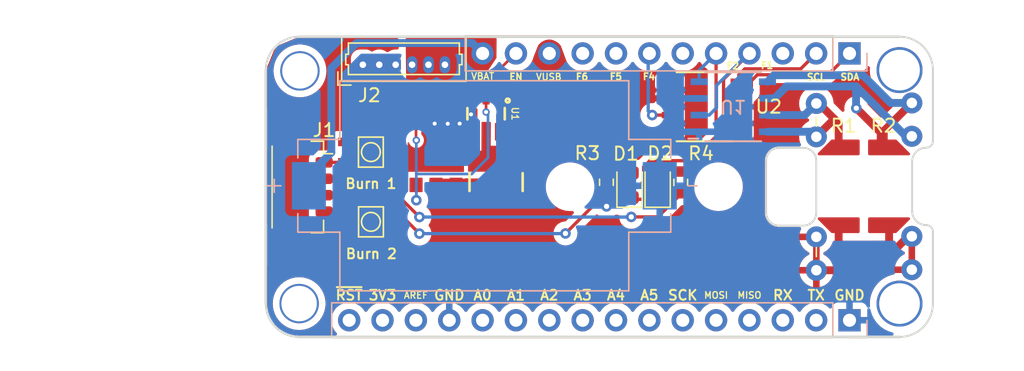
<source format=kicad_pcb>
(kicad_pcb (version 20240108) (generator "pcbnew") (generator_version "8.0")
  (layers (0 "F.Cu" mixed) (31 "B.Cu" signal) (34 "B.Paste" user) (35 "F.Paste" user) (36 "B.SilkS" user "B.Silkscreen") (37 "F.SilkS" user "F.Silkscreen") (38 "B.Mask" user) (39 "F.Mask" user) (44 "Edge.Cuts" user))
  (net 0 "")
  (net 1 "/TX")
  (net 2 "/RX")
  (net 3 "/MISO")
  (net 4 "/MOSI")
  (net 5 "/SCK")
  (net 6 "/A5")
  (net 7 "/A4")
  (net 8 "/A3")
  (net 9 "/A2")
  (net 10 "/A1")
  (net 11 "/A0")
  (net 12 "GND")
  (net 13 "/AREF")
  (net 14 "+3V3")
  (net 15 "/~{RST}")
  (net 16 "/SDA")
  (net 17 "/SCL")
  (net 18 "/F0")
  (net 19 "/F3")
  (net 20 "/F5")
  (net 21 "/F6")
  (net 22 "Vin")
  (net 23 "EN3V")
  (net 24 "IN1")
  (net 25 "IN2")
  (net 26 "Net-(D1-A)")
  (net 27 "Net-(D2-A)")
  (net 30 "Net-(R3-Pad2)")
  (net 31 "Net-(R4-Pad2)")
  (net 33 "unconnected-(U2-*INT{slash}SQW-Pad3)")
  (net 35 "+5V")
  (net 38 "Net-(BT1-+)")
  (footprint "MountingHole:MountingHole_2.7mm_M2.5" (layer "F.Cu") (at 128 88)
    (property "Reference" "REF**" (hide yes))
    (property "Value" "MountingHole_2.7mm_M2.5")
    (pad "" np_thru_hole circle (at 0 0) (size 3 3) (drill 2.7) (layers "F&B.Cu" "*.Mask"))
  )
  (footprint "MountingHole:MountingHole_2.7mm_M2.5" (layer "F.Cu") (at 127.94 105.72)
    (property "Reference" "REF**" (hide yes))
    (property "Value" "MountingHole_2.6mm_M2.5" (hide yes))
    (pad "" np_thru_hole circle (at 0 0) (size 3 3) (drill 2.7) (layers "F&B.Cu" "*.Mask"))
  )
  (footprint "MountingHole:MountingHole_3.2mm_M3" (layer "F.Cu") (at 173.66 105.72)
    (property "Reference" "REF**" (hide yes))
    (property "Value" "MountingHole_3.1mm_M3")
    (pad "" np_thru_hole circle (at 0 0) (size 3.5 3.5) (drill 3.1) (layers "F&B.Cu" "*.Mask"))
  )
  (footprint "MountingHole:MountingHole_3.2mm_M3" (layer "F.Cu") (at 173.66 87.94)
    (property "Reference" "REF**" (hide yes))
    (property "Value" "MountingHole_3.1mm_M3")
    (pad "" np_thru_hole circle (at 0 0) (size 3.5 3.5) (drill 3.1) (layers "F&B.Cu" "*.Mask"))
  )
  (footprint "0603" (layer "F.Cu") (at 136.841 95.833 -90)
    (property "Reference" "R2" (hide yes))
    (property "Value" "100")
    (pad "1" smd roundrect (at -0.85 0 270) (size 1.1 1) (layers "F.Cu" "F.Paste" "F.Mask") (roundrect_rratio 0.0508) (net 12 "GND"))
    (pad "2" smd roundrect (at 0.85 0 270) (size 1.1 1) (layers "F.Cu" "F.Paste" "F.Mask") (roundrect_rratio 0.0508) (net 23 "EN3V"))
  )
  (footprint "Library:DS3231MZ_TRL-L" (layer "F.Cu") (at 158.8 90.73)
    (property "Reference" "U2" (at 4.9 0 0) (layer "F.SilkS"))
    (property "Value" "DS3231MZ/V+" (hide yes))
    (fp_line (start -2.1209 2.6289) (end 2.1209 2.6289) (stroke (width 0.1524)) (layer "F.SilkS"))
    (fp_line (start 2.1209 -2.6289) (end -2.1209 -2.6289) (stroke (width 0.1524)) (layer "F.SilkS"))
    (pad "1" smd rect (at -2.62255 -1.905) (size 1.2573 0.4826) (layers "F.Cu" "F.Paste" "F.Mask"))
    (pad "2" smd rect (at -2.62255 -0.635) (size 1.2573 0.4826) (layers "F.Cu" "F.Paste" "F.Mask") (net 35 "+5V"))
    (pad "3" smd rect (at -2.62255 0.635) (size 1.2573 0.4826) (layers "F.Cu" "F.Paste" "F.Mask") (net 33 "unconnected-(U2-*INT{slash}SQW-Pad3)"))
    (pad "4" smd rect (at -2.62255 1.905) (size 1.2573 0.4826) (layers "F.Cu" "F.Paste" "F.Mask"))
    (pad "5" smd rect (at 2.62255 1.905) (size 1.2573 0.4826) (layers "F.Cu" "F.Paste" "F.Mask"))
    (pad "6" smd rect (at 2.62255 0.635) (size 1.2573 0.4826) (layers "F.Cu" "F.Paste" "F.Mask") (net 38 "Net-(BT1-+)"))
    (pad "7" smd rect (at 2.62255 -0.635) (size 1.2573 0.4826) (layers "F.Cu" "F.Paste" "F.Mask"))
    (pad "8" smd rect (at 2.62255 -1.905) (size 1.2573 0.4826) (layers "F.Cu" "F.Paste" "F.Mask"))
  )
  (footprint "LED_SMD:LED_0805_2012Metric" (layer "F.Cu") (at 153.1 96.702499 90)
    (property "Reference" "D1" (at 2.392499 -0.28 0) (layer "F.SilkS"))
    (property "Value" "LED_RED_IN1" (hide yes))
    (fp_line (start 1 -0.96) (end -1.684999 -0.96) (stroke (width 0.12)) (layer "F.SilkS"))
    (fp_line (start -1.684999 -0.96) (end -1.684999 0.96) (stroke (width 0.12)) (layer "F.SilkS"))
    (fp_line (start -1.684999 0.96) (end 1 0.96) (stroke (width 0.12)) (layer "F.SilkS"))
    (pad "1" smd roundrect (at -0.937501 0 90) (size 0.975 1.4) (layers "F.Cu" "F.Paste" "F.Mask") (net 12 "GND"))
    (pad "2" smd roundrect (at 0.937501 0 90) (size 0.975 1.4) (layers "F.Cu" "F.Paste" "F.Mask") (net 26 "Net-(D1-A)"))
  )
  (footprint "Resistor_SMD:R_0603_1608Metric" (layer "F.Cu") (at 151.34 96.48 90)
    (property "Reference" "R3" (at 2.21 -1.45 0) (layer "F.SilkS"))
    (property "Value" "10" (hide yes))
    (fp_line (start -0.237258 -0.5225) (end 0.237258 -0.5225) (stroke (width 0.12)) (layer "F.SilkS"))
    (fp_line (start -0.237258 0.5225) (end 0.237258 0.5225) (stroke (width 0.12)) (layer "F.SilkS"))
    (pad "1" smd roundrect (at -0.825 0 90) (size 0.8 0.95) (layers "F.Cu" "F.Paste" "F.Mask") (net 25 "IN2"))
    (pad "2" smd roundrect (at 0.825 0 90) (size 0.8 0.95) (layers "F.Cu" "F.Paste" "F.Mask") (net 30 "Net-(R3-Pad2)"))
  )
  (footprint "SOT23-6" (layer "F.Cu") (at 142.175 91.261 180)
    (property "Reference" "U1" (at -1.905 0 -90) (layer "F.SilkS") (effects (font (size 0.512064 0.512064) (thickness 0.097536)) (justify bottom)))
    (property "Value" "BTS3405GXUMA1")
    (fp_line (start 1.4224 -0.4294) (end 1.4224 0.4294) (stroke (width 0.2032)) (layer "F.SilkS"))
    (fp_line (start -1.4224 0.4294) (end -1.4224 -0.4294) (stroke (width 0.2032)) (layer "F.SilkS"))
    (fp_circle (center -1.65 1) (end -1.5064 1) (stroke (width 0.2032)) (fill none) (layer "F.SilkS"))
    (pad "1" smd roundrect (at -0.95 1.3751 180) (size 0.55 1.35) (layers "F.Cu" "F.Paste" "F.Mask") (roundrect_rratio 0.09236363636) (net 35 "+5V"))
    (pad "2" smd roundrect (at 0 1.3751 180) (size 0.55 1.35) (layers "F.Cu" "F.Paste" "F.Mask") (roundrect_rratio 0.09236363636) (net 23 "EN3V"))
    (pad "3" smd roundrect (at 0.95 1.3751 180) (size 0.55 1.35) (layers "F.Cu" "F.Paste" "F.Mask") (roundrect_rratio 0.09236363636) (net 22 "Vin"))
    (pad "4" smd roundrect (at 0.95 -1.3751 180) (size 0.55 1.35) (layers "F.Cu" "F.Paste" "F.Mask") (roundrect_rratio 0.09236363636) (net 12 "GND"))
    (pad "5" smd roundrect (at 0 -1.3751 180) (size 0.55 1.35) (layers "F.Cu" "F.Paste" "F.Mask") (roundrect_rratio 0.09236363636) (net 22 "Vin"))
    (pad "6" smd roundrect (at -0.95 -1.3751 180) (size 0.55 1.35) (layers "F.Cu" "F.Paste" "F.Mask") (roundrect_rratio 0.09236363636) (net 31 "Net-(R4-Pad2)"))
  )
  (footprint "Resistor_THT:R_Axial_DIN0207_L6.3mm_D2.5mm_P7.62mm_Horizontal" (layer "F.Cu") (at 167.325 93.02 -90)
    (property "Reference" "R1" (hide yes))
    (property "Value" "100" (hide yes))
    (pad "1" thru_hole circle (at 0 0 270) (size 1.6 1.6) (drill 0.8) (layers "*.Cu" "*.Mask") (net 26 "Net-(D1-A)"))
    (pad "2" thru_hole oval (at 7.62 0 270) (size 1.6 1.6) (drill 0.8) (layers "*.Cu" "*.Mask") (net 35 "+5V"))
  )
  (footprint "Resistor_THT:R_Axial_DIN0207_L6.3mm_D2.5mm_P7.62mm_Horizontal" (layer "F.Cu") (at 174.595 92.98 -90)
    (property "Reference" "R2" (at -0.8 2.155 0) (layer "F.SilkS"))
    (property "Value" "100" (hide yes))
    (pad "1" thru_hole circle (at 0 0 270) (size 1.6 1.6) (drill 0.8) (layers "*.Cu" "*.Mask") (net 27 "Net-(D2-A)"))
    (pad "2" thru_hole oval (at 7.62 0 270) (size 1.6 1.6) (drill 0.8) (layers "*.Cu" "*.Mask") (net 35 "+5V"))
  )
  (footprint "MountingHole:MountingHole_3.2mm_M3" (layer "F.Cu") (at 105.41 96.82)
    (property "Reference" "REF**" (hide yes))
    (property "Value" "MountingHole_3.2mm_M3" (hide yes))
    (pad "" np_thru_hole circle (at 54.47 0) (size 3.2 3.2) (drill 3.2) (layers "F&B.Cu" "*.Mask"))
  )
  (footprint "0603" (layer "F.Cu") (at 139.889 95.833 90)
    (property "Reference" "C4" (hide yes))
    (property "Value" "22uF")
    (pad "1" smd roundrect (at -0.85 0 90) (size 1.1 1) (layers "F.Cu" "F.Paste" "F.Mask") (roundrect_rratio 0.0508) (net 35 "+5V"))
    (pad "2" smd roundrect (at 0.85 0 90) (size 1.1 1) (layers "F.Cu" "F.Paste" "F.Mask") (roundrect_rratio 0.0508) (net 12 "GND"))
  )
  (footprint "Connector_Molex:Molex_PicoBlade_53047-0610_1x06_P1.25mm_Vertical" (layer "F.Cu") (at 132.79 87.53)
    (property "Reference" "J2" (at 0.5 2.33 0) (layer "F.SilkS"))
    (property "Value" "Molex_PicoBlade_53047-0610_1x06_P1.25mm_Vertical" (hide yes))
    (fp_line (start -1.9 1.55) (end -1.9 0.55) (stroke (width 0.12)) (layer "F.SilkS"))
    (fp_line (start -1.9 1.55) (end -0.9 1.55) (stroke (width 0.12)) (layer "F.SilkS"))
    (fp_line (start -1.61 -2.16) (end -1.61 1.26) (stroke (width 0.12)) (layer "F.SilkS"))
    (fp_line (start -1.61 1.26) (end 7.86 1.26) (stroke (width 0.12)) (layer "F.SilkS"))
    (fp_line (start -1.3 -0.8) (end -1.1 -0.8) (stroke (width 0.12)) (layer "F.SilkS"))
    (fp_line (start -1.3 0) (end -1.3 -0.8) (stroke (width 0.12)) (layer "F.SilkS"))
    (fp_line (start -1.1 -1.65) (end 3.125 -1.65) (stroke (width 0.12)) (layer "F.SilkS"))
    (fp_line (start -1.1 -0.8) (end -1.1 -1.65) (stroke (width 0.12)) (layer "F.SilkS"))
    (fp_line (start -1.1 0) (end -1.3 0) (stroke (width 0.12)) (layer "F.SilkS"))
    (fp_line (start -1.1 0.75) (end -1.1 0) (stroke (width 0.12)) (layer "F.SilkS"))
    (fp_line (start 3.125 0.75) (end -1.1 0.75) (stroke (width 0.12)) (layer "F.SilkS"))
    (fp_line (start 3.125 0.75) (end 7.35 0.75) (stroke (width 0.12)) (layer "F.SilkS"))
    (fp_line (start 7.35 -1.65) (end 3.125 -1.65) (stroke (width 0.12)) (layer "F.SilkS"))
    (fp_line (start 7.35 -0.8) (end 7.35 -1.65) (stroke (width 0.12)) (layer "F.SilkS"))
    (fp_line (start 7.35 0) (end 7.55 0) (stroke (width 0.12)) (layer "F.SilkS"))
    (fp_line (start 7.35 0.75) (end 7.35 0) (stroke (width 0.12)) (layer "F.SilkS"))
    (fp_line (start 7.55 -0.8) (end 7.35 -0.8) (stroke (width 0.12)) (layer "F.SilkS"))
    (fp_line (start 7.55 0) (end 7.55 -0.8) (stroke (width 0.12)) (layer "F.SilkS"))
    (fp_line (start 7.86 -2.16) (end -1.61 -2.16) (stroke (width 0.12)) (layer "F.SilkS"))
    (fp_line (start 7.86 1.26) (end 7.86 -2.16) (stroke (width 0.12)) (layer "F.SilkS"))
    (pad "1" thru_hole roundrect (at 0 0) (size 0.8 1.3) (drill 0.5) (layers "*.Cu" "*.Mask") (net 12 "GND"))
    (pad "2" thru_hole oval (at 1.25 0) (size 0.8 1.3) (drill 0.5) (layers "*.Cu" "*.Mask") (net 12 "GND"))
    (pad "3" thru_hole oval (at 2.5 0) (size 0.8 1.3) (drill 0.5) (layers "*.Cu" "*.Mask") (net 12 "GND"))
    (pad "4" thru_hole oval (at 3.75 0) (size 0.8 1.3) (drill 0.5) (layers "*.Cu" "*.Mask") (net 22 "Vin"))
    (pad "5" thru_hole oval (at 5 0) (size 0.8 1.3) (drill 0.5) (layers "*.Cu" "*.Mask") (net 22 "Vin"))
    (pad "6" thru_hole oval (at 6.25 0) (size 0.8 1.3) (drill 0.5) (layers "*.Cu" "*.Mask") (net 22 "Vin"))
  )
  (footprint "1210" (layer "F.Cu") (at 139.254 91.515 -90)
    (property "Reference" "C1" (hide yes))
    (property "Value" "10uF")
    (pad "" smd roundrect (at -1.755 0 270) (size 1.27 2.06) (layers "F.Cu" "F.Paste" "F.Mask") (roundrect_rratio 0.04) (net 22 "Vin"))
    (pad "2" smd roundrect (at 1.755 0 270) (size 1.27 2.06) (layers "F.Cu" "F.Paste" "F.Mask") (roundrect_rratio 0.04) (net 12 "GND"))
  )
  (footprint "0603" (layer "F.Cu") (at 138.365 95.833 90)
    (property "Reference" "C3" (hide yes))
    (property "Value" "0.1uF")
    (pad "1" smd roundrect (at -0.85 0 90) (size 1.1 1) (layers "F.Cu" "F.Paste" "F.Mask") (roundrect_rratio 0.0508) (net 35 "+5V"))
    (pad "2" smd roundrect (at 0.85 0 90) (size 1.1 1) (layers "F.Cu" "F.Paste" "F.Mask") (roundrect_rratio 0.0508) (net 12 "GND"))
  )
  (footprint "0603" (layer "F.Cu") (at 144.588 92.404 -90)
    (property "Reference" "C2" (hide yes))
    (property "Value" "0.1uF")
    (pad "1" smd roundrect (at -0.85 0 270) (size 1.1 1) (layers "F.Cu" "F.Paste" "F.Mask") (roundrect_rratio 0.0508))
    (pad "2" smd roundrect (at 0.85 0 270) (size 1.1 1) (layers "F.Cu" "F.Paste" "F.Mask") (roundrect_rratio 0.0508) (net 22 "Vin"))
  )
  (footprint "boron-v1.00:TACTILE_SWITCH_SMD" (layer "F.Cu") (at 133.405 99.495 180)
    (property "Reference" "Burn 2" (at 1.995 -2.875 0) (layer "F.SilkS") (effects (font (size 0.75 0.75) (thickness 0.15) (bold yes)) (justify left bottom)))
    (property "Value" "")
    (fp_line (start 0.9398 1.143) (end 0.9398 -1.143) (stroke (width 0.127)) (layer "F.SilkS"))
    (fp_line (start 0.9398 -1.143) (end -0.9398 -1.143) (stroke (width 0.127)) (layer "F.SilkS"))
    (fp_line (start -0.9398 1.143) (end 0.9398 1.143) (stroke (width 0.127)) (layer "F.SilkS"))
    (fp_line (start -0.9492 1.1336) (end -0.9398 1.143) (stroke (width 0.127)) (layer "F.SilkS"))
    (fp_line (start -0.9492 -1.1444) (end -0.9492 1.1336) (stroke (width 0.127)) (layer "F.SilkS"))
    (fp_circle (center 0 0) (end 0.715268 0) (stroke (width 0.127)) (fill none) (layer "F.SilkS"))
    (pad "1" smd rect (at -1.875 -0.775 270) (size 0.65 1.25) (layers "F.Cu" "F.Paste" "F.Mask") (net 22 "Vin"))
    (pad "2" smd rect (at 1.875 -0.775 270) (size 0.65 1.25) (layers "F.Cu" "F.Paste" "F.Mask") (net 22 "Vin"))
    (pad "3" smd rect (at -1.875 0.775 270) (size 0.65 1.25) (layers "F.Cu" "F.Paste" "F.Mask") (net 25 "IN2"))
    (pad "4" smd rect (at 1.875 0.775 270) (size 0.65 1.25) (layers "F.Cu" "F.Paste" "F.Mask") (net 25 "IN2"))
  )
  (footprint "MountingHole:MountingHole_3.2mm_M3" (layer "F.Cu") (at 132.57 96.82 -90)
    (property "Reference" "REF**" (hide yes))
    (property "Value" "MountingHole_3.2mm_M3" (hide yes))
    (pad "" np_thru_hole circle (at 0 -16 270) (size 3.2 3.2) (drill 3.2) (layers "F&B.Cu" "*.Mask"))
  )
  (footprint "Resistor_SMD:R_0603_1608Metric" (layer "F.Cu") (at 157 96.49 90)
    (property "Reference" "R4" (at 2.2 1.54 0) (layer "F.SilkS"))
    (property "Value" "10" (hide yes))
    (fp_line (start -0.237258 -0.5225) (end 0.237258 -0.5225) (stroke (width 0.12)) (layer "F.SilkS"))
    (fp_line (start -0.237258 0.5225) (end 0.237258 0.5225) (stroke (width 0.12)) (layer "F.SilkS"))
    (pad "1" smd roundrect (at -0.825 0 90) (size 0.8 0.95) (layers "F.Cu" "F.Paste" "F.Mask") (net 24 "IN1"))
    (pad "2" smd roundrect (at 0.825 0 90) (size 0.8 0.95) (layers "F.Cu" "F.Paste" "F.Mask") (net 31 "Net-(R4-Pad2)"))
  )
  (footprint "Resistor_THT:R_Axial_DIN0309_L9.0mm_D3.2mm_P12.70mm_Horizontal" (layer "F.Cu") (at 174.595 90.44 -90)
    (property "Reference" "REF**" (hide yes))
    (property "Value" "R_Axial_DIN0309_L9.0mm_D3.2mm_P12.70mm_Horizontal" (hide yes))
    (pad "1" thru_hole circle (at 0 0 270) (size 1.6 1.6) (drill 0.8) (layers "*.Cu" "*.Mask") (net 27 "Net-(D2-A)"))
    (pad "2" thru_hole oval (at 12.7 0 270) (size 1.6 1.6) (drill 0.8) (layers "*.Cu" "*.Mask") (net 35 "+5V"))
  )
  (footprint "boron-v1.00:TACTILE_SWITCH_SMD" (layer "F.Cu") (at 133.405 94.185)
    (property "Reference" "Burn 1" (at -2.025 2.845 0) (layer "F.SilkS") (effects (font (size 0.75 0.75) (thickness 0.15) (bold yes)) (justify left bottom)))
    (property "Value" "")
    (fp_line (start -0.9492 -1.1444) (end -0.9492 1.1336) (stroke (width 0.127)) (layer "F.SilkS"))
    (fp_line (start -0.9492 1.1336) (end -0.9398 1.143) (stroke (width 0.127)) (layer "F.SilkS"))
    (fp_line (start -0.9398 1.143) (end 0.9398 1.143) (stroke (width 0.127)) (layer "F.SilkS"))
    (fp_line (start 0.9398 -1.143) (end -0.9398 -1.143) (stroke (width 0.127)) (layer "F.SilkS"))
    (fp_line (start 0.9398 1.143) (end 0.9398 -1.143) (stroke (width 0.127)) (layer "F.SilkS"))
    (fp_circle (center 0 0) (end 0.715268 0) (stroke (width 0.127)) (fill none) (layer "F.SilkS"))
    (pad "1" smd rect (at -1.875 -0.775 90) (size 0.65 1.25) (layers "F.Cu" "F.Paste" "F.Mask") (net 22 "Vin"))
    (pad "2" smd rect (at 1.875 -0.775 90) (size 0.65 1.25) (layers "F.Cu" "F.Paste" "F.Mask") (net 22 "Vin"))
    (pad "3" smd rect (at -1.875 0.775 90) (size 0.65 1.25) (layers "F.Cu" "F.Paste" "F.Mask") (net 24 "IN1"))
    (pad "4" smd rect (at 1.875 0.775 90) (size 0.65 1.25) (layers "F.Cu" "F.Paste" "F.Mask") (net 24 "IN1"))
  )
  (footprint "LED_SMD:LED_0805_2012Metric" (layer "F.Cu") (at 155.24 96.7 90)
    (property "Reference" "D2" (at 2.41 0.19 0) (layer "F.SilkS"))
    (property "Value" "LED_RED_IN2" (hide yes))
    (fp_line (start 1 -0.96) (end -1.685 -0.96) (stroke (width 0.12)) (layer "F.SilkS"))
    (fp_line (start -1.685 -0.96) (end -1.685 0.96) (stroke (width 0.12)) (layer "F.SilkS"))
    (fp_line (start -1.685 0.96) (end 1 0.96) (stroke (width 0.12)) (layer "F.SilkS"))
    (pad "1" smd roundrect (at -0.9375 0 90) (size 0.975 1.4) (layers "F.Cu" "F.Paste" "F.Mask") (net 12 "GND"))
    (pad "2" smd roundrect (at 0.9375 0 90) (size 0.975 1.4) (layers "F.Cu" "F.Paste" "F.Mask") (net 27 "Net-(D2-A)"))
  )
  (footprint "Connector_Molex:Molex_PicoBlade_53398-0471_1x04-1MP_P1.25mm_Vertical" (layer "F.Cu") (at 128.59 96.84 -90)
    (property "Reference" "J1" (at -4.33 -1.25 0) (layer "F.SilkS"))
    (property "Value" "Molex_PicoBlade_53398-0471_1x04-1MP_P1.25mm_Vertical" (hide yes))
    (fp_line (start -3.115 2.71) (end 3.115 2.71) (stroke (width 0.12)) (layer "F.SilkS"))
    (fp_line (start -3.485 -0.26) (end -3.485 -1.21) (stroke (width 0.12)) (layer "F.SilkS"))
    (fp_line (start 3.485 -0.26) (end 3.485 -1.21) (stroke (width 0.12)) (layer "F.SilkS"))
    (fp_line (start -3.485 -1.21) (end -2.535 -1.21) (stroke (width 0.12)) (layer "F.SilkS"))
    (fp_line (start -2.535 -1.21) (end -2.535 -1.9) (stroke (width 0.12)) (layer "F.SilkS"))
    (fp_line (start 3.485 -1.21) (end 2.535 -1.21) (stroke (width 0.12)) (layer "F.SilkS"))
    (pad "1" smd roundrect (at -1.875 -1.25 270) (size 0.8 1.3) (layers "F.Cu" "F.Paste" "F.Mask") (net 24 "IN1"))
    (pad "2" smd roundrect (at -0.625 -1.25 270) (size 0.8 1.3) (layers "F.Cu" "F.Paste" "F.Mask") (net 25 "IN2"))
    (pad "3" smd roundrect (at 0.625 -1.25 270) (size 0.8 1.3) (layers "F.Cu" "F.Paste" "F.Mask"))
    (pad "4" smd roundrect (at 1.875 -1.25 270) (size 0.8 1.3) (layers "F.Cu" "F.Paste" "F.Mask"))
    (pad "MP" smd roundrect (at -4.425 1.5 270) (size 2.1 3) (layers "F.Cu" "F.Paste" "F.Mask") (roundrect_rratio 0.119048))
    (pad "MP" smd roundrect (at 4.425 1.5 270) (size 2.1 3) (layers "F.Cu" "F.Paste" "F.Mask") (roundrect_rratio 0.119048))
  )
  (footprint "Resistor_SMD:R_2512_6332Metric" (layer "F.Cu") (at 169.025 96.79 90)
    (property "Reference" "R1" (hide yes))
    (property "Value" "100" (hide yes))
    (pad "1" smd custom (at 2.9625 0 90) (size 1 1) (layers "F.Cu" "F.Paste" "F.Mask") (net 26 "Net-(D1-A)") (options (clearance outline) (anchor circle)) (primitives (gr_poly (pts (xy -0.5 -1.5) (xy 0.5 -0.5) (xy 0.5 0.5) (xy -0.5 1.5)) (width 0) (fill yes)) (gr_poly (pts (xy -0.5 1.5) (xy 0.5 1.5) (xy 0.5 -0.5) (xy -0.5 -1.5)) (width 0.2) (fill yes)) (gr_rect (start -0.5 0.5) (end 0.5 1.5) (width 0.2) (fill no))))
    (pad "2" smd custom (at -2.9625 0 270) (size 1 1) (layers "F.Cu" "F.Paste" "F.Mask") (net 35 "+5V") (options (clearance outline) (anchor circle)) (primitives (gr_poly (pts (xy -0.5 -1.5) (xy 0.5 -0.5) (xy 0.5 0.5) (xy -0.5 1.5)) (width 0) (fill yes)) (gr_poly (pts (xy -0.5 -1.5) (xy -0.5 1.5) (xy 0.5 0.5) (xy 0.5 -1.5)) (width 0.2) (fill yes)) (gr_rect (start -0.5 -1.5) (end 0.5 -0.5) (width 0.2) (fill no))))
  )
  (footprint "0603" (layer "F.Cu") (at 136.841 90.88 90)
    (property "Reference" "R1" (hide yes))
    (property "Value" "100")
    (pad "1" smd roundrect (at -0.85 0 90) (size 1.1 1) (layers "F.Cu" "F.Paste" "F.Mask") (roundrect_rratio 0.0508) (net 23 "EN3V"))
    (pad "2" smd roundrect (at 0.85 0 90) (size 1.1 1) (layers "F.Cu" "F.Paste" "F.Mask") (roundrect_rratio 0.0508) (net 22 "Vin"))
  )
  (footprint "Resistor_THT:R_Axial_DIN0309_L9.0mm_D3.2mm_P12.70mm_Horizontal" (layer "F.Cu") (at 167.325 90.48 -90)
    (property "Reference" "R1" (at 1.7 -2.075 0) (layer "F.SilkS"))
    (property "Value" "100" (hide yes))
    (fp_line (start 1.04 0) (end 1.73 0) (stroke (width 0.12)) (layer "F.SilkS"))
    (fp_line (start 11.66 0) (end 10.97 0) (stroke (width 0.12)) (layer "F.SilkS"))
    (pad "1" thru_hole circle (at 0 0 270) (size 1.6 1.6) (drill 0.8) (layers "*.Cu" "*.Mask" "Dwgs.User") (net 26 "Net-(D1-A)"))
    (pad "2" thru_hole oval (at 12.7 0 270) (size 1.6 1.6) (drill 0.8) (layers "*.Cu" "*.Mask") (net 35 "+5V"))
  )
  (footprint "Resistor_SMD:R_2512_6332Metric" (layer "F.Cu") (at 172.865 96.79 90)
    (property "Reference" "R2" (hide yes))
    (property "Value" "100" (hide yes))
    (pad "1" smd custom (at 2.9625 0 90) (size 1 1) (layers "F.Cu" "F.Paste" "F.Mask") (net 27 "Net-(D2-A)") (options (clearance outline) (anchor circle)) (primitives (gr_rect (start -0.5 -1.5) (end 0.5 -0.5) (width 0.2) (fill no)) (gr_poly (pts (xy -0.5 1.5) (xy 0.5 0.5) (xy 0.5 -1.5) (xy -0.5 -1.5)) (width 0.2) (fill yes)) (gr_poly (pts (xy -0.5 -1.5) (xy 0.5 -0.5) (xy 0.5 0.5) (xy -0.5 1.5)) (width 0) (fill yes))))
    (pad "2" smd custom (at -2.9625 0 270) (size 1 1) (layers "F.Cu" "F.Paste" "F.Mask") (net 35 "+5V") (options (clearance outline) (anchor circle)) (primitives (gr_poly (pts (xy -0.5 -1.5) (xy 0.5 -0.5) (xy 0.5 0.5) (xy -0.5 1.5)) (width 0) (fill yes)) (gr_poly (pts (xy 0.5 -0.5) (xy -0.5 -1.5) (xy -0.5 1.5) (xy 0.5 1.5)) (width 0.2) (fill yes)) (gr_poly (pts (xy -0.5 -1.5) (xy -0.5 1.5) (xy 0.5 1.5) (xy 0.5 -0.5)) (width 0.2) (fill yes)) (gr_rect (start -0.5 0.5) (end 0.5 1.5) (width 0.2) (fill no))))
  )
  (footprint "INDUCTOR_4X4MM" (layer "F.Cu") (at 142.937 96.468)
    (property "Reference" "L1" (hide yes))
    (property "Value" "4.7uH")
    (fp_line (start -2.024062 -0.674687) (end -2.024062 0.674687) (stroke (width 0.2032)) (layer "F.SilkS"))
    (fp_line (start 2.024062 -0.674687) (end 2.024062 0.674687) (stroke (width 0.2032)) (layer "F.SilkS"))
    (pad "P$1" smd roundrect (at 0 -1.4732) (size 4.0894 1.143) (layers "F.Cu" "F.Paste" "F.Mask") (roundrect_rratio 0.04444444444) (net 22 "Vin"))
    (pad "P$2" smd roundrect (at 0 1.4732) (size 4.0894 1.143) (layers "F.Cu" "F.Paste" "F.Mask") (roundrect_rratio 0.04444444444) (net 35 "+5V"))
  )
  (footprint "Connector_PinHeader_2.54mm:PinHeader_1x16_P2.54mm_Vertical" (layer "B.Cu") (at 169.85 106.99 90)
    (property "Reference" "J3" (hide yes))
    (property "Value" "feather long" (hide yes))
    (fp_line (start -1.33 -39.43) (end 1.33 -39.43) (stroke (width 0.12)) (layer "B.SilkS"))
    (fp_line (start 1.33 -1.27) (end 1.33 -39.43) (stroke (width 0.12)) (layer "B.SilkS"))
    (fp_line (start -1.33 -1.27) (end -1.33 -39.43) (stroke (width 0.12)) (layer "B.SilkS"))
    (fp_line (start -1.33 -1.27) (end 1.33 -1.27) (stroke (width 0.12)) (layer "B.SilkS"))
    (fp_line (start -1.33 0) (end -1.33 1.33) (stroke (width 0.12)) (layer "B.SilkS"))
    (fp_line (start -1.33 1.33) (end 0 1.33) (stroke (width 0.12)) (layer "B.SilkS"))
    (pad "1" thru_hole rect (at 0 0 90) (size 1.7 1.7) (drill 1) (layers "*.Cu" "*.Mask") (net 12 "GND"))
    (pad "2" thru_hole oval (at 0 -2.54 90) (size 1.7 1.7) (drill 1) (layers "*.Cu" "*.Mask") (net 1 "/TX"))
    (pad "3" thru_hole oval (at 0 -5.08 90) (size 1.7 1.7) (drill 1) (layers "*.Cu" "*.Mask") (net 2 "/RX"))
    (pad "4" thru_hole oval (at 0 -7.62 90) (size 1.7 1.7) (drill 1) (layers "*.Cu" "*.Mask") (net 3 "/MISO"))
    (pad "5" thru_hole oval (at 0 -10.16 90) (size 1.7 1.7) (drill 1) (layers "*.Cu" "*.Mask") (net 4 "/MOSI"))
    (pad "6" thru_hole oval (at 0 -12.7 90) (size 1.7 1.7) (drill 1) (layers "*.Cu" "*.Mask") (net 5 "/SCK"))
    (pad "7" thru_hole oval (at 0 -15.24 90) (size 1.7 1.7) (drill 1) (layers "*.Cu" "*.Mask") (net 6 "/A5"))
    (pad "8" thru_hole oval (at 0 -17.78 90) (size 1.7 1.7) (drill 1) (layers "*.Cu" "*.Mask") (net 7 "/A4"))
    (pad "9" thru_hole oval (at 0 -20.32 90) (size 1.7 1.7) (drill 1) (layers "*.Cu" "*.Mask") (net 8 "/A3"))
    (pad "10" thru_hole oval (at 0 -22.86 90) (size 1.7 1.7) (drill 1) (layers "*.Cu" "*.Mask") (net 9 "/A2"))
    (pad "11" thru_hole oval (at 0 -25.4 90) (size 1.7 1.7) (drill 1) (layers "*.Cu" "*.Mask") (net 10 "/A1"))
    (pad "12" thru_hole oval (at 0 -27.94 90) (size 1.7 1.7) (drill 1) (layers "*.Cu" "*.Mask") (net 11 "/A0"))
    (pad "13" thru_hole oval (at 0 -30.48 90) (size 1.7 1.7) (drill 1) (layers "*.Cu" "*.Mask") (net 12 "GND"))
    (pad "14" thru_hole oval (at 0 -33.02 90) (size 1.7 1.7) (drill 1) (layers "*.Cu" "*.Mask") (net 13 "/AREF"))
    (pad "15" thru_hole oval (at 0 -35.56 90) (size 1.7 1.7) (drill 1) (layers "*.Cu" "*.Mask") (net 14 "+3V3"))
    (pad "16" thru_hole oval (at 0 -38.1 90) (size 1.7 1.7) (drill 1) (layers "*.Cu" "*.Mask") (net 15 "/~{RST}"))
  )
  (footprint "Connector_PinHeader_2.54mm:PinHeader_1x12_P2.54mm_Vertical" (layer "B.Cu") (at 169.85 86.67 90)
    (property "Reference" "J4" (hide yes))
    (property "Value" "feather short" (hide yes))
    (fp_line (start -1.33 -29.27) (end 1.33 -29.27) (stroke (width 0.12)) (layer "B.SilkS"))
    (fp_line (start 1.33 -1.27) (end 1.33 -29.27) (stroke (width 0.12)) (layer "B.SilkS"))
    (fp_line (start -1.33 -1.27) (end -1.33 -29.27) (stroke (width 0.12)) (layer "B.SilkS"))
    (fp_line (start -1.33 -1.27) (end 1.33 -1.27) (stroke (width 0.12)) (layer "B.SilkS"))
    (fp_line (start -1.33 0) (end -1.33 1.33) (stroke (width 0.12)) (layer "B.SilkS"))
    (fp_line (start -1.33 1.33) (end 0 1.33) (stroke (width 0.12)) (layer "B.SilkS"))
    (pad "1" thru_hole rect (at 0 0 90) (size 1.7 1.7) (drill 1) (layers "*.Cu" "*.Mask") (net 16 "/SDA"))
    (pad "2" thru_hole oval (at 0 -2.54 90) (size 1.7 1.7) (drill 1) (layers "*.Cu" "*.Mask") (net 17 "/SCL"))
    (pad "3" thru_hole oval (at 0 -5.08 90) (size 1.7 1.7) (drill 1) (layers "*.Cu" "*.Mask") (net 18 "/F0"))
    (pad "4" thru_hole oval (at 0 -7.62 90) (size 1.7 1.7) (drill 1) (layers "*.Cu" "*.Mask") (net 24 "IN1"))
    (pad "5" thru_hole oval (at 0 -10.16 90) (size 1.7 1.7) (drill 1) (layers "*.Cu" "*.Mask") (net 25 "IN2"))
    (pad "6" thru_hole oval (at 0 -12.7 90) (size 1.7 1.7) (drill 1) (layers "*.Cu" "*.Mask") (net 19 "/F3"))
    (pad "7" thru_hole oval (at 0 -15.24 90) (size 1.7 1.7) (drill 1) (layers "*.Cu" "*.Mask") (net 33 "unconnected-(U2-*INT{slash}SQW-Pad3)"))
    (pad "8" thru_hole oval (at 0 -17.78 90) (size 1.7 1.7) (drill 1) (layers "*.Cu" "*.Mask") (net 20 "/F5"))
    (pad "9" thru_hole oval (at 0 -20.32 90) (size 1.7 1.7) (drill 1) (layers "*.Cu" "*.Mask") (net 21 "/F6"))
    (pad "10" thru_hole oval (at 0 -22.86 90) (size 1.7 1.7) (drill 1) (layers "*.Cu" "*.Mask") (net 35 "+5V"))
    (pad "11" thru_hole oval (at 0 -25.4 90) (size 1.7 1.7) (drill 1) (layers "*.Cu" "*.Mask") (net 23 "EN3V"))
    (pad "12" thru_hole oval (at 0 -27.94 90) (size 1.7 1.7) (drill 1) (layers "*.Cu" "*.Mask") (net 22 "Vin"))
  )
  (footprint "footprints2:PG-DSO-8-25_INF-L" (layer "B.Cu") (at 161 90.73)
    (property "Reference" "U1" (at 0 0 180) (layer "B.SilkS") (effects (justify mirror)))
    (property "Value" "BTS3405GXUMA1" (hide yes))
    (fp_line (start -2.1209 2.6289) (end 2.1209 2.6289) (stroke (width 0.1524)) (layer "B.SilkS"))
    (fp_line (start 2.1209 -2.6289) (end -2.1209 -2.6289) (stroke (width 0.1524)) (layer "B.SilkS"))
    (fp_text user "-" (at -3.045 2.355 0) (layer "B.SilkS") (effects (justify mirror)))
    (pad "1" smd rect (at -2.6035 1.905) (size 1.2954 0.508) (layers "B.Cu" "B.Paste" "B.Mask") (net 12 "GND"))
    (pad "2" smd rect (at -2.6035 0.635) (size 1.2954 0.508) (layers "B.Cu" "B.Paste" "B.Mask") (net 24 "IN1"))
    (pad "3" smd rect (at -2.6035 -0.635) (size 1.2954 0.508) (layers "B.Cu" "B.Paste" "B.Mask") (net 12 "GND"))
    (pad "4" smd rect (at -2.6035 -1.905) (size 1.2954 0.508) (layers "B.Cu" "B.Paste" "B.Mask") (net 25 "IN2"))
    (pad "5" smd rect (at 2.6035 -1.905) (size 1.2954 0.508) (layers "B.Cu" "B.Paste" "B.Mask") (net 27 "Net-(D2-A)"))
    (pad "6" smd rect (at 2.6035 -0.635) (size 1.2954 0.508) (layers "B.Cu" "B.Paste" "B.Mask") (net 27 "Net-(D2-A)"))
    (pad "7" smd rect (at 2.6035 0.635) (size 1.2954 0.508) (layers "B.Cu" "B.Paste" "B.Mask") (net 30 "Net-(R3-Pad2)"))
    (pad "8" smd rect (at 2.6035 1.905) (size 1.2954 0.508) (layers "B.Cu" "B.Paste" "B.Mask") (net 26 "Net-(D1-A)"))
  )
  (footprint "Library:BAT_1060" (layer "B.Cu") (at 142.04 96.75)
    (property "Reference" "REF**" (hide yes))
    (property "Value" "BAT_1060" (hide yes))
    (fp_line (start -16.5 0) (end -15.5 0) (stroke (width 0.127)) (layer "B.SilkS"))
    (fp_line (start -16 -0.5) (end -16 0.5) (stroke (width 0.127)) (layer "B.SilkS"))
    (fp_line (start -14.2 -2.125) (end -14.2 -3.5305) (stroke (width 0.127)) (layer "B.SilkS"))
    (fp_line (start -14.2 2.125) (end -14.2 3.5305) (stroke (width 0.127)) (layer "B.SilkS"))
    (fp_line (start -14.2 3.5305) (end -11 3.5305) (stroke (width 0.127)) (layer "B.SilkS"))
    (fp_line (start -11 -8) (end -11 -3.5305) (stroke (width 0.127)) (layer "B.SilkS"))
    (fp_line (start -11 -3.5305) (end -14.2 -3.5305) (stroke (width 0.127)) (layer "B.SilkS"))
    (fp_line (start -11 3.5305) (end -11 8) (stroke (width 0.127)) (layer "B.SilkS"))
    (fp_line (start -11 8) (end 11 8) (stroke (width 0.127)) (layer "B.SilkS"))
    (fp_line (start 11 -8) (end -11 -8) (stroke (width 0.127)) (layer "B.SilkS"))
    (fp_line (start 11 -3.5305) (end 11 -8) (stroke (width 0.127)) (layer "B.SilkS"))
    (fp_line (start 11 3.5305) (end 14.2 3.5305) (stroke (width 0.127)) (layer "B.SilkS"))
    (fp_line (start 11 8) (end 11 3.5305) (stroke (width 0.127)) (layer "B.SilkS"))
    (fp_line (start 14.2 -3.5305) (end 11 -3.5305) (stroke (width 0.127)) (layer "B.SilkS"))
    (fp_line (start 14.2 -2.125) (end 14.2 -3.5305) (stroke (width 0.127)) (layer "B.SilkS"))
    (fp_line (start 14.2 3.5305) (end 14.2 2.125) (stroke (width 0.127)) (layer "B.SilkS"))
    (fp_line (start 16.5 0) (end 15.5 0) (stroke (width 0.127)) (layer "B.SilkS"))
    (pad "N" smd rect (at 13.36 0) (size 2.59 3.61) (layers "B.Cu" "B.Paste" "B.Mask") (net 12 "GND"))
    (pad "P" smd rect (at -13.36 0) (size 2.59 3.61) (layers "B.Cu" "B.Paste" "B.Mask") (net 22 "Vin"))
  )
  (gr_arc (start 164.499997 99.784948) (mid 163.79289 99.492054) (end 163.499997 98.784947) (stroke (width 0.15)) (layer "Edge.Cuts"))
  (gr_arc (start 174.62 94.9125) (mid 174.931199 94.161199) (end 175.6825 93.85) (stroke (width 0.15)) (layer "Edge.Cuts"))
  (gr_line (start 166.309901 99.784948) (end 164.499997 99.784948) (stroke (width 0.15)) (layer "Edge.Cuts"))
  (gr_arc (start 166.320004 93.855) (mid 167.027107 94.147893) (end 167.32 94.855) (stroke (width 0.15)) (layer "Edge.Cuts"))
  (gr_arc (start 176.2 93.35) (mid 176.053553 93.703553) (end 175.7 93.85) (stroke (width 0.15)) (layer "Edge.Cuts"))
  (gr_line (start 173.66 108.259999) (end 127.94 108.26) (stroke (width 0.2)) (layer "Edge.Cuts"))
  (gr_arc (start 163.499999 94.854993) (mid 163.792894 94.147885) (end 164.500003 93.854994) (stroke (width 0.15)) (layer "Edge.Cuts"))
  (gr_line (start 127.94 85.4) (end 173.66 85.4) (stroke (width 0.2)) (layer "Edge.Cuts"))
  (gr_arc (start 125.4 87.94) (mid 126.143949 86.143949) (end 127.94 85.4) (stroke (width 0.15)) (layer "Edge.Cuts"))
  (gr_line (start 166.320004 93.855) (end 164.500003 93.854994) (stroke (width 0.15)) (layer "Edge.Cuts"))
  (gr_arc (start 127.94 108.26) (mid 126.143949 107.516051) (end 125.4 105.72) (stroke (width 0.15)) (layer "Edge.Cuts"))
  (gr_line (start 125.4 105.72) (end 125.4 87.94) (stroke (width 0.2)) (layer "Edge.Cuts"))
  (gr_line (start 163.499997 98.784947) (end 163.499999 94.854993) (stroke (width 0.15)) (layer "Edge.Cuts"))
  (gr_line (start 176.199996 105.72) (end 176.2 100.24) (stroke (width 0.15)) (layer "Edge.Cuts"))
  (gr_arc (start 175.6825 99.74) (mid 174.931199 99.428801) (end 174.62 98.6775) (stroke (width 0.15)) (layer "Edge.Cuts"))
  (gr_line (start 175.7 93.85) (end 175.6825 93.85) (stroke (width 0.15)) (layer "Edge.Cuts"))
  (gr_line (start 175.7 99.74) (end 175.6825 99.74) (stroke (width 0.15)) (layer "Edge.Cuts"))
  (gr_arc (start 176.199996 105.72) (mid 175.456048 107.516048) (end 173.66 108.259999) (stroke (width 0.15)) (layer "Edge.Cuts"))
  (gr_line (start 176.2 93.35) (end 176.2 87.940002) (stroke (width 0.15)) (layer "Edge.Cuts"))
  (gr_arc (start 167.32 98.785) (mid 167.023509 99.495686) (end 166.309901 99.784948) (stroke (width 0.15)) (layer "Edge.Cuts"))
  (gr_arc (start 175.7 99.74) (mid 176.053553 99.886447) (end 176.2 100.24) (stroke (width 0.15)) (layer "Edge.Cuts"))
  (gr_line (start 167.32 98.785) (end 167.32 94.855) (stroke (width 0.15)) (layer "Edge.Cuts"))
  (gr_line (start 174.62 98.6775) (end 174.62 94.9125) (stroke (width 0.15)) (layer "Edge.Cuts"))
  (gr_arc (start 173.66 85.4) (mid 175.456052 86.143949) (end 176.2 87.940002) (stroke (width 0.15)) (layer "Edge.Cuts"))
  (gr_text "3V3" (at 134.29 105.085 0) (layer "F.SilkS") (effects (font (size 0.75 0.75))))
  (gr_text "AREF" (at 136.83 105.085 0) (layer "F.SilkS") (effects (font (size 0.5 0.5) (thickness 0.1))))
  (gr_text "GND" (at 139.37 105.085 0) (layer "F.SilkS") (effects (font (size 0.75 0.75))))
  (gr_text "A0" (at 141.91 105.085 0) (layer "F.SilkS") (effects (font (size 0.75 0.75))))
  (gr_text "A1" (at 144.45 105.085 0) (layer "F.SilkS") (effects (font (size 0.75 0.75))))
  (gr_text "A2" (at 146.99 105.085 0) (layer "F.SilkS") (effects (font (size 0.75 0.75))))
  (gr_text "A3" (at 149.53 105.085 0) (layer "F.SilkS") (effects (font (size 0.75 0.75))))
  (gr_text "A4" (at 152.07 105.085 0) (layer "F.SilkS") (effects (font (size 0.75 0.75))))
  (gr_text "A5" (at 154.61 105.085 0) (layer "F.SilkS") (effects (font (size 0.75 0.75))))
  (gr_text "SCK" (at 157.15 105.085 0) (layer "F.SilkS") (effects (font (size 0.75 0.75))))
  (gr_text "MOSI" (at 159.69 105.085 0) (layer "F.SilkS") (effects (font (size 0.5 0.5) (thickness 0.1))))
  (gr_text "MISO" (at 162.23 105.085 0) (layer "F.SilkS") (effects (font (size 0.5 0.5) (thickness 0.1))))
  (gr_text "RX" (at 164.77 105.085 0) (layer "F.SilkS") (effects (font (size 0.75 0.75))))
  (gr_text "TX" (at 167.31 105.085 0) (layer "F.SilkS") (effects (font (size 0.75 0.75))))
  (gr_text "GND\n" (at 169.85 105.085 0) (layer "F.SilkS") (effects (font (size 0.75 0.75) (thickness 0.15) (bold yes))))
  (gr_text "SDA" (at 169.88 88.47 0) (layer "F.SilkS") (effects (font (size 0.5 0.5) (thickness 0.125))))
  (gr_text "SCL" (at 167.31 88.47 0) (layer "F.SilkS") (effects (font (size 0.5 0.5) (thickness 0.125))))
  (gr_text "F1" (at 163.57 87.59 0) (layer "F.SilkS") (effects (font (size 0.5 0.5) (thickness 0.125))))
  (gr_text "F2" (at 160.97 87.62 0) (layer "F.SilkS") (effects (font (size 0.5 0.5) (thickness 0.125))))
  (gr_text "F4" (at 154.58 88.44 0) (layer "F.SilkS") (effects (font (size 0.5 0.5) (thickness 0.125))))
  (gr_text "F5" (at 152.06 88.44 0) (layer "F.SilkS") (effects (font (size 0.5 0.5) (thickness 0.125))))
  (gr_text "F6" (at 149.48 88.45 0) (layer "F.SilkS") (effects (font (size 0.5 0.5) (thickness 0.125))))
  (gr_text "EN" (at 144.45 88.45 0) (layer "F.SilkS") (effects (font (size 0.5 0.5) (thickness 0.125))))
  (gr_text "VUSB" (at 146.95 88.46 0) (layer "F.SilkS") (effects (font (size 0.5 0.5) (thickness 0.1))))
  (gr_text "VBAT" (at 141.92 88.41 0) (layer "F.SilkS") (effects (font (size 0.5 0.5) (thickness 0.1))))
  (gr_text "~{RST}" (at 131.75 105.085 0) (layer "F.SilkS") (effects (font (size 0.75 0.75))))
  (segment (start 155.807501 97.46) (end 155.5 97.767501) (width 0.25) (layer "F.Cu") (net 12))
  (segment (start 155.26 97.7775) (end 153.1225 97.7775) (width 0.25) (layer "F.Cu") (net 12))
  (segment (start 153.1225 97.7775) (end 153.12 97.78) (width 0.25) (layer "F.Cu") (net 12))
  (segment (start 152.42 98.32) (end 153.1 97.64) (width 0.25) (layer "F.Cu") (net 12))
  (segment (start 151.35 98.32) (end 152.42 98.32) (width 0.25) (layer "F.Cu") (net 12))
  (via (at 140.1646 92.0146) (size 0.5588) (drill 0.3048) (layers "F.Cu" "B.Cu") (net 12))
  (via (at 141.03 91.31) (size 0.5588) (drill 0.3048) (layers "F.Cu" "B.Cu") (net 12))
  (via (at 139.254 92.023) (size 0.5588) (drill 0.3048) (layers "F.Cu" "B.Cu") (net 12))
  (via (at 138.2596 92.0146) (size 0.5588) (drill 0.3048) (layers "F.Cu" "B.Cu") (net 12))
  (via (at 151.35 98.32) (size 0.8) (drill 0.4) (layers "F.Cu" "B.Cu") (net 12))
  (segment (start 162.3762 88.7538) (end 162.3762 89.6538) (width 0.25) (layer "F.Cu") (net 16))
  (segment (start 168.225 88.295) (end 162.835 88.295) (width 0.25) (layer "F.Cu") (net 16))
  (segment (start 162.3762 89.6538) (end 161.935 90.095) (width 0.25) (layer "F.Cu") (net 16))
  (segment (start 169.85 86.67) (end 168.225 88.295) (width 0.25) (layer "F.Cu") (net 16))
  (segment (start 162.835 88.295) (end 162.3762 88.7538) (width 0.25) (layer "F.Cu") (net 16))
  (segment (start 161.935 90.095) (end 161.42255 90.095) (width 0.25) (layer "F.Cu") (net 16))
  (segment (start 161.42255 88.825) (end 161.42255 88.30745) (width 0.25) (layer "F.Cu") (net 17))
  (segment (start 166.135 87.845) (end 167.31 86.67) (width 0.25) (layer "F.Cu") (net 17))
  (segment (start 161.885 87.845) (end 166.135 87.845) (width 0.25) (layer "F.Cu") (net 17))
  (segment (start 161.42255 88.30745) (end 161.885 87.845) (width 0.25) (layer "F.Cu") (net 17))
  (segment (start 136.841 90.03) (end 138.984 90.03) (width 0.25) (layer "F.Cu") (net 22))
  (segment (start 141.12 85.88) (end 141.91 86.67) (width 0.6) (layer "B.Cu") (net 22))
  (segment (start 128.68 95.93) (end 130.39 94.22) (width 0.6) (layer "B.Cu") (net 22))
  (segment (start 128.68 96.75) (end 128.68 95.93) (width 0.6) (layer "B.Cu") (net 22))
  (segment (start 130.39 94.22) (end 130.39 87.794508) (width 0.6) (layer "B.Cu") (net 22))
  (segment (start 130.39 87.794508) (end 132.304508 85.88) (width 0.6) (layer "B.Cu") (net 22))
  (segment (start 132.304508 85.88) (end 141.12 85.88) (width 0.6) (layer "B.Cu") (net 22))
  (segment (start 136.8626 96.7046) (end 136.841 96.683) (width 0.2032) (layer "F.Cu") (net 23))
  (segment (start 142.175 88.905) (end 144.41 86.67) (width 0.2032) (layer "F.Cu") (net 23))
  (segment (start 144.41 86.67) (end 144.45 86.67) (width 0.2032) (layer "F.Cu") (net 23))
  (segment (start 136.8626 93.2846) (end 136.841 93.263) (width 0.2032) (layer "F.Cu") (net 23))
  (segment (start 136.841 93.263) (end 136.841 91.73) (width 0.2032) (layer "F.Cu") (net 23))
  (segment (start 142.175 89.8859) (end 142.175 88.905) (width 0.2032) (layer "F.Cu") (net 23))
  (segment (start 136.8626 97.8486) (end 136.8626 96.7046) (width 0.2032) (layer "F.Cu") (net 23))
  (segment (start 142.175 91.134) (end 142.175 89.8859) (width 0.2032) (layer "F.Cu") (net 23))
  (via (at 142.175 91.134) (size 0.5588) (drill 0.3048) (layers "F.Cu" "B.Cu") (net 23))
  (via (at 136.8626 97.8486) (size 0.8) (drill 0.4) (layers "F.Cu" "B.Cu") (net 23))
  (via (at 136.8626 93.2846) (size 0.5588) (drill 0.3048) (layers "F.Cu" "B.Cu") (net 23))
  (segment (start 136.8626 93.2846) (end 136.8626 97.8486) (width 0.2032) (layer "B.Cu") (net 23))
  (segment (start 142.3236 94.6094) (end 141.083 95.85) (width 0.2032) (layer "B.Cu") (net 23))
  (segment (start 142.311 91.162) (end 142.3236 91.1746) (width 0.2032) (layer "B.Cu") (net 23))
  (segment (start 142.3236 91.1746) (end 142.3236 94.6094) (width 0.2032) (layer "B.Cu") (net 23))
  (segment (start 141.083 95.85) (end 136.8948 95.85) (width 0.2032) (layer "B.Cu") (net 23))
  (segment (start 160.26 93.44) (end 160.26 88.64) (width 0.25) (layer "F.Cu") (net 24))
  (segment (start 137.1 99.13) (end 135.57 97.6) (width 0.25) (layer "F.Cu") (net 24))
  (segment (start 137.1 99.23) (end 137.1 99.13) (width 0.25) (layer "F.Cu") (net 24))
  (segment (start 135.57 95.325) (end 135.21 94.965) (width 0.25) (layer "F.Cu") (net 24))
  (segment (start 160.26 88.64) (end 162.23 86.67) (width 0.25) (layer "F.Cu") (net 24))
  (segment (start 157.8 96.588588) (end 157.8 95.9) (width 0.25) (layer "F.Cu") (net 24))
  (segment (start 155.268588 99.12) (end 157.8 96.588588) (width 0.25) (layer "F.Cu") (net 24))
  (segment (start 135.21 94.965) (end 129.84 94.965) (width 0.25) (layer "F.Cu") (net 24))
  (segment (start 157.8 95.9) (end 160.26 93.44) (width 0.25) (layer "F.Cu") (net 24))
  (segment (start 153.23 99.12) (end 155.268588 99.12) (width 0.25) (layer "F.Cu") (net 24))
  (segment (start 135.57 97.6) (end 135.57 95.325) (width 0.25) (layer "F.Cu") (net 24))
  (via (at 137.1 99.13) (size 0.8) (drill 0.4) (layers "F.Cu" "B.Cu") (net 24))
  (via (at 153.23 99.12) (size 0.8) (drill 0.4) (layers "F.Cu" "B.Cu") (net 24))
  (segment (start 153.23 99.12) (end 153.22 99.13) (width 0.25) (layer "B.Cu") (net 24))
  (segment (start 153.22 99.13) (end 137.2 99.13) (width 0.25) (layer "B.Cu") (net 24))
  (segment (start 159.72 90.81) (end 159.165 91.365) (width 0.25) (layer "B.Cu") (net 24))
  (segment (start 159.165 91.365) (end 158.3965 91.365) (width 0.25) (layer "B.Cu") (net 24))
  (segment (start 162.16 86.67) (end 159.72 89.11) (width 0.25) (layer "B.Cu") (net 24))
  (segment (start 162.23 86.67) (end 162.16 86.67) (width 0.25) (layer "B.Cu") (net 24))
  (segment (start 137.2 99.13) (end 137.1 99.23) (width 0.25) (layer "B.Cu") (net 24))
  (segment (start 159.72 89.11) (end 159.72 90.81) (width 0.25) (layer "B.Cu") (net 24))
  (segment (start 135.44 98.73) (end 131.53 98.73) (width 0.25) (layer "F.Cu") (net 25))
  (segment (start 137.1 100.39) (end 135.44 98.73) (width 0.25) (layer "F.Cu") (net 25))
  (segment (start 159.69 92.99) (end 159.69 86.67) (width 0.25) (layer "F.Cu") (net 25))
  (segment (start 153.886086 96.7) (end 154.17 96.416086) (width 0.25) (layer "F.Cu") (net 25))
  (segment (start 131.53 98.73) (end 131.53 97.27) (width 0.25) (layer "F.Cu") (net 25))
  (segment (start 151.9 96.7) (end 153.886086 96.7) (width 0.25) (layer "F.Cu") (net 25))
  (segment (start 154.17 95.321412) (end 154.651412 94.84) (width 0.25) (layer "F.Cu") (net 25))
  (segment (start 148.22 100.38) (end 151.9 96.7) (width 0.25) (layer "F.Cu") (net 25))
  (segment (start 130.475 96.215) (end 129.84 96.215) (width 0.25) (layer "F.Cu") (net 25))
  (segment (start 154.17 96.416086) (end 154.17 95.321412) (width 0.25) (layer "F.Cu") (net 25))
  (segment (start 157.84 94.84) (end 159.69 92.99) (width 0.25) (layer "F.Cu") (net 25))
  (segment (start 154.651412 94.84) (end 157.84 94.84) (width 0.25) (layer "F.Cu") (net 25))
  (segment (start 131.53 97.27) (end 130.475 96.215) (width 0.25) (layer "F.Cu") (net 25))
  (via (at 148.22 100.38) (size 0.8) (drill 0.4) (layers "F.Cu" "B.Cu") (net 25))
  (via (at 137.1 100.39) (size 0.8) (drill 0.4) (layers "F.Cu" "B.Cu") (net 25))
  (segment (start 148.21 100.39) (end 137.2 100.39) (width 0.25) (layer "B.Cu") (net 25))
  (segment (start 159.69 86.67) (end 158.3965 87.9635) (width 0.25) (layer "B.Cu") (net 25))
  (segment (start 148.22 100.38) (end 148.21 100.39) (width 0.25) (layer "B.Cu") (net 25))
  (segment (start 158.3965 87.9635) (end 158.3965 88.825) (width 0.25) (layer "B.Cu") (net 25))
  (segment (start 169.025 93.8275) (end 169.025 91.99) (width 0.6) (layer "F.Cu") (net 26))
  (segment (start 168.6925 91.6575) (end 168.6875 91.6575) (width 0.6) (layer "F.Cu") (net 26))
  (segment (start 151.2875 95.8925) (end 151.2 95.805) (width 0.25) (layer "F.Cu") (net 26))
  (segment (start 169.025 93.8275) (end 168.1325 93.8275) (width 0.25) (layer "F.Cu") (net 26))
  (segment (start 167.515 90.48) (end 167.325 90.48) (width 0.6) (layer "F.Cu") (net 26))
  (segment (start 168.6875 91.6575) (end 167.325 93.02) (width 0.6) (layer "F.Cu") (net 26))
  (segment (start 169.025 91.99) (end 167.515 90.48) (width 0.6) (layer "F.Cu") (net 26))
  (segment (start 152.9 95.8925) (end 151.2875 95.8925) (width 0.25) (layer "F.Cu") (net 26))
  (segment (start 166.94 92.635) (end 163.6035 92.635) (width 0.6) (layer "B.Cu") (net 26))
  (segment (start 167.325 93.02) (end 166.94 92.635) (width 0.6) (layer "B.Cu") (net 26))
  (segment (start 172.46 93.4225) (end 172.23 93.1925) (width 0.6) (layer "F.Cu") (net 27))
  (segment (start 172.865 93.8275) (end 172.46 93.4225) (width 0.6) (layer "F.Cu") (net 27))
  (segment (start 172.46 92.575) (end 174.595 90.44) (width 0.6) (layer "F.Cu") (net 27))
  (segment (start 172.46 93.4225) (end 172.46 92.575) (width 0.6) (layer "F.Cu") (net 27))
  (segment (start 157 95.665) (end 155.3375 95.665) (width 0.25) (layer "F.Cu") (net 27))
  (segment (start 155.3375 95.665) (end 155.24 95.7625) (width 0.25) (layer "F.Cu") (net 27))
  (segment (start 172.23 93.1925) (end 172.23 92.7) (width 0.6) (layer "F.Cu") (net 27))
  (segment (start 172.23 92.7) (end 170.37 90.84) (width 0.6) (layer "F.Cu") (net 27))
  (via (at 170.37 90.84) (size 0.8) (drill 0.4) (layers "F.Cu" "B.Cu") (net 27))
  (segment (start 170.37 90.8) (end 170.35 90.78) (width 0.6) (layer "B.Cu") (net 27))
  (segment (start 170.35 89.18) (end 165.05 89.18) (width 0.6) (layer "B.Cu") (net 27))
  (segment (start 172.978019 90.44) (end 170.868019 88.33) (width 0.6) (layer "B.Cu") (net 27))
  (segment (start 164.0985 88.33) (end 163.6035 88.825) (width 0.6) (layer "B.Cu") (net 27))
  (segment (start 174.15 92.98) (end 170.35 89.18) (width 0.6) (layer "B.Cu") (net 27))
  (segment (start 170.35 90.78) (end 170.35 89.18) (width 0.6) (layer "B.Cu") (net 27))
  (segment (start 164.135 90.095) (end 163.6035 90.095) (width 0.6) (layer "B.Cu") (net 27))
  (segment (start 170.37 90.84) (end 170.37 90.8) (width 0.6) (layer "B.Cu") (net 27))
  (segment (start 174.595 90.44) (end 172.978019 90.44) (width 0.6) (layer "B.Cu") (net 27))
  (segment (start 174.595 92.98) (end 174.15 92.98) (width 0.6) (layer "B.Cu") (net 27))
  (segment (start 170.868019 88.33) (end 164.0985 88.33) (width 0.6) (layer "B.Cu") (net 27))
  (segment (start 165.05 89.18) (end 164.135 90.095) (width 0.6) (layer "B.Cu") (net 27))
  (segment (start 166.44 91.365) (end 163.6035 91.365) (width 0.6) (layer "B.Cu") (net 30))
  (segment (start 167.325 90.48) (end 166.44 91.365) (width 0.6) (layer "B.Cu") (net 30))
  (segment (start 143.125 91.985) (end 143.125 92.6361) (width 0.25) (layer "F.Cu") (net 31))
  (segment (start 143.556 91.554) (end 143.125 91.985) (width 0.25) (layer "F.Cu") (net 31))
  (segment (start 144.588 91.554) (end 143.556 91.554) (width 0.25) (layer "F.Cu") (net 31))
  (segment (start 154.825 91.365) (end 156.17745 91.365) (width 0.25) (layer "F.Cu") (net 33))
  (via (at 154.825 91.365) (size 0.8) (drill 0.4) (layers "F.Cu" "B.Cu") (net 33))
  (segment (start 154.825 91.365) (end 154.52 91.06) (width 0.25) (layer "B.Cu") (net 33))
  (segment (start 154.52 91.06) (end 154.52 86.76) (width 0.25) (layer "B.Cu") (net 33))
  (segment (start 154.52 86.76) (end 154.61 86.67) (width 0.25) (layer "B.Cu") (net 33))
  (segment (start 172.91 102.02) (end 174.33 100.6) (width 0.6) (layer "F.Cu") (net 35))
  (segment (start 174.33 100.6) (end 174.595 100.6) (width 0.25) (layer "F.Cu") (net 35))
  (segment (start 172.85 101.81) (end 172.85 102.02) (width 0.6) (layer "F.Cu") (net 35))
  (segment (start 173.1425 101.6875) (end 173.1425 101.7275) (width 0.25) (layer "F.Cu") (net 35))
  (segment (start 172.85 102.02) (end 172.91 102.02) (width 0.6) (layer "F.Cu") (net 35))
  (segment (start 173.1425 101.7275) (end 172.85 102.02) (width 0.25) (layer "F.Cu") (net 35))
  (segment (start 172.865 102.005) (end 172.865 99.7525) (width 0.6) (layer "F.Cu") (net 35))
  (segment (start 169.025 103.18) (end 169.025 99.7525) (width 0.6) (layer "F.Cu") (net 35))
  (segment (start 167.325 103.18) (end 169.025 103.18) (width 0.6) (layer "F.Cu") (net 35))
  (segment (start 172.85 102.02) (end 172.865 102.005) (width 0.6) (layer "F.Cu") (net 35))
  (segment (start 172.86 101.8) (end 172.85 101.81) (width 0.6) (layer "F.Cu") (net 35))
  (zone (net 12) (net_name "GND") (layer "F.Cu") (priority 4) (connect_pads yes (clearance 0.3048)) (min_thickness 0.1016) (fill yes (thermal_gap 0.5) (thermal_bridge_width 0.5))
    (polygon (pts (xy 136.116 95.6722) (xy 136.116 92.548) (xy 137.777 92.548) (xy 137.777 90.77) (xy 141.5132 90.77) (xy 141.5132 95.6722)))
  )
  (zone (net 0) (net_name "") (layer "F.Cu") (connect_pads yes (clearance 0)) (min_thickness 0.1016)
    (keepout (tracks allowed) (vias allowed) (pads allowed) (copperpour not_allowed) (footprints allowed))
    (fill (thermal_gap 0.5) (thermal_bridge_width 0.5))
    (polygon (pts (xy 136.114139 92.092202) (xy 136.054139 85.392202) (xy 135.524139 85.422202) (xy 135.514139 92.622202) (xy 136.094139 92.622202)))
  )
  (zone (net 0) (net_name "") (layer "F.Cu") (connect_pads (clearance 0)) (min_thickness 0.25)
    (keepout (tracks allowed) (vias allowed) (pads allowed) (copperpour not_allowed) (footprints allowed))
    (fill (thermal_gap 0.5) (thermal_bridge_width 0.5))
    (polygon (pts (xy 176.24 92.71) (xy 174.79 92.77) (xy 174.63 90.45) (xy 175.27 89.1) (xy 176.11 88.01) (xy 176.44 87.99) (xy 176.45 92.71)))
  )
  (zone (net 22) (net_name "Vin") (layer "F.Cu") (priority 2) (connect_pads yes (clearance 0)) (min_thickness 0.1016) (fill yes (thermal_gap 0.5) (thermal_bridge_width 0.5))
    (polygon (pts (xy 135.824 90.52) (xy 141.514 90.55) (xy 141.524 89.2) (xy 142.964 87.01) (xy 142.98 85.3) (xy 135.824 85.32)))
  )
  (zone (net 35) (net_name "+5V") (layer "F.Cu") (connect_pads (clearance 0.508)) (min_thickness 0.25) (fill yes (thermal_gap 0.5) (thermal_bridge_width 0.5))
    (polygon (pts (xy 125.39 96.75) (xy 125.4 87.94) (xy 126.143949 86.143949) (xy 127.94 85.4) (xy 173.99 85.18) (xy 175.796051 85.983949) (xy 176.38 87.88) (xy 176.36 105.82) (xy 175.556051 107.796051) (xy 173.66 108.43) (xy 127.94 108.26) (xy 126.143949 107.516051) (xy 125.4 105.72) (xy 125.4 96.83)))
  )
  (zone (net 0) (net_name "") (layer "F.Cu") (connect_pads yes (clearance 0)) (min_thickness 0.1016)
    (keepout (tracks allowed) (vias allowed) (pads allowed) (copperpour not_allowed) (footprints allowed))
    (fill (thermal_gap 0.5) (thermal_bridge_width 0.5))
    (polygon (pts (xy 148.22 87.03) (xy 147.87 86.09) (xy 147.7 85.89) (xy 147.49 85.76) (xy 147.26 85.65) (xy 147.07 85.61) (xy 146.84 85.62) (xy 146.62 85.68) (xy 146.37 85.82) (xy 146.15 86.03) (xy 145.76 87.01) (xy 145.2 85.28) (xy 148.86 85.28) (xy 148.33 86.56)))
  )
  (zone (net 12) (net_name "GND") (layer "F.Cu") (priority 4) (connect_pads yes (clearance 0.3048)) (min_thickness 0.1016) (fill yes (thermal_gap 0.5) (thermal_bridge_width 0.5))
    (polygon (pts (xy 136.1044 95.6806) (xy 136.126 92.548) (xy 137.777 92.548) (xy 137.777 90.77) (xy 141.5132 90.77) (xy 141.5216 95.7006)))
  )
  (zone (net 0) (net_name "") (layer "F.Cu") (connect_pads (clearance 0)) (min_thickness 0.25)
    (keepout (tracks allowed) (vias allowed) (pads allowed) (copperpour not_allowed) (footprints allowed))
    (fill (thermal_gap 0.5) (thermal_bridge_width 0.5))
    (polygon (pts (xy 143.78 90.75) (xy 142.69 90.75) (xy 142.69 91.29) (xy 143.77 91.29) (xy 143.77 90.76)))
  )
  (zone (net 22) (net_name "Vin") (layer "F.Cu") (priority 6) (connect_pads yes (clearance 0.3048)) (min_thickness 0.1016) (fill yes (thermal_gap 0.5) (thermal_bridge_width 0.5))
    (polygon (pts (xy 140.8034 95.6806) (xy 140.8034 94.0804) (xy 141.8194 94.0804) (xy 141.8294 91.8844) (xy 142.5406 91.8844) (xy 142.5306 93.6994) (xy 143.9784 93.6994) (xy 143.9784 92.5564) (xy 145.3576 92.5464) (xy 145.3576 95.6706)))
  )
  (zone (net 0) (net_name "") (layers "F&B.Cu" "Edge.Cuts") (connect_pads (clearance 0)) (min_thickness 0.25)
    (keepout (tracks allowed) (vias allowed) (pads allowed) (copperpour not_allowed) (footprints allowed))
    (fill (thermal_gap 0.5) (thermal_bridge_width 0.5))
    (polygon (pts (xy 166.71 93.56) (xy 167.37 92.72) (xy 176.24 92.71) (xy 176.2 100.93) (xy 166.7 100.94)))
  )
  (zone (net 12) (net_name "GND") (layer "B.Cu") (priority 1) (connect_pads (clearance 0.508)) (min_thickness 0.25) (fill yes (thermal_gap 0.5) (thermal_bridge_width 0.5))
    (polygon (pts (xy 176.27593 96.813476) (xy 176.39 87.34) (xy 175.47 85.69) (xy 173.72 85.26) (xy 128.02593 85.393476) (xy 126.229879 86.137425) (xy 125.48593 87.933476) (xy 125.30593 105.793476) (xy 126.05593 107.643476) (xy 127.86593 108.503476) (xy 174.13 108.44) (xy 175.65 107.64) (xy 176.33 106.2) (xy 176.28593 96.823476)))
  )
)
</source>
